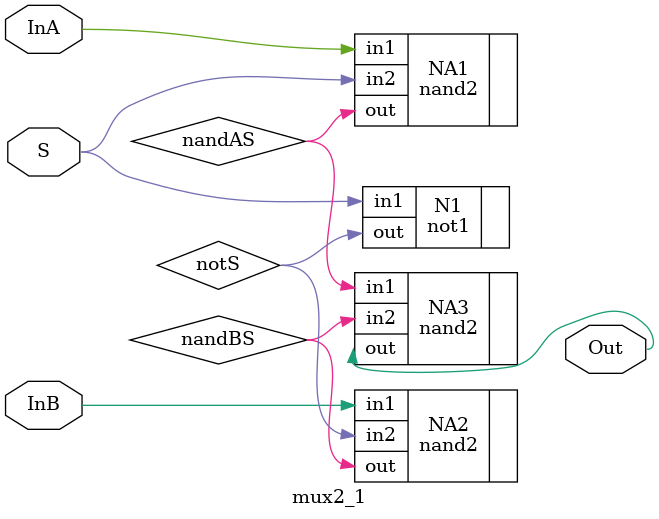
<source format=v>
module mux2_1(InA, InB, S, Out);
	input InA;
	input InB;
	input S;
	output Out;

	wire notS;
	wire nandAS, nandBS;

	not1 N1(.in1(S), .out(notS));
	
	nand2 NA1(.in1(InA), .in2(S), .out(nandAS));
	nand2 NA2(.in1(InB), .in2(notS), .out(nandBS));

	nand2 NA3(.in1(nandAS), .in2(nandBS), .out(Out));

endmodule

</source>
